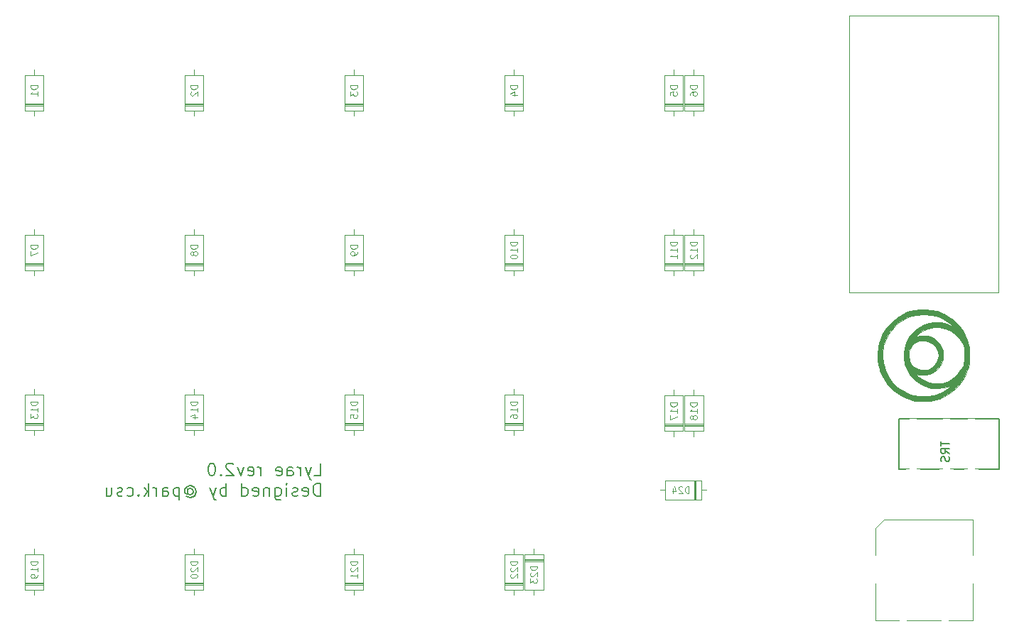
<source format=gbo>
G04 #@! TF.GenerationSoftware,KiCad,Pcbnew,(5.1.10)-1*
G04 #@! TF.CreationDate,2021-08-01T01:35:41+09:00*
G04 #@! TF.ProjectId,Lyrae,4c797261-652e-46b6-9963-61645f706362,rev?*
G04 #@! TF.SameCoordinates,Original*
G04 #@! TF.FileFunction,Legend,Bot*
G04 #@! TF.FilePolarity,Positive*
%FSLAX46Y46*%
G04 Gerber Fmt 4.6, Leading zero omitted, Abs format (unit mm)*
G04 Created by KiCad (PCBNEW (5.1.10)-1) date 2021-08-01 01:35:41*
%MOMM*%
%LPD*%
G01*
G04 APERTURE LIST*
%ADD10C,0.150000*%
%ADD11C,0.010000*%
%ADD12C,0.120000*%
%ADD13C,2.102000*%
%ADD14O,2.602000X1.802000*%
%ADD15C,1.302000*%
%ADD16C,1.852000*%
%ADD17C,2.352000*%
%ADD18C,4.089800*%
%ADD19C,1.626000*%
%ADD20C,3.150000*%
%ADD21O,1.702000X1.702000*%
G04 APERTURE END LIST*
D10*
X127680690Y-114183484D02*
X128394976Y-114183484D01*
X128394976Y-112683484D01*
X127323547Y-113183484D02*
X126966404Y-114183484D01*
X126609261Y-113183484D02*
X126966404Y-114183484D01*
X127109261Y-114540627D01*
X127180690Y-114612055D01*
X127323547Y-114683484D01*
X126037833Y-114183484D02*
X126037833Y-113183484D01*
X126037833Y-113469198D02*
X125966404Y-113326341D01*
X125894976Y-113254913D01*
X125752119Y-113183484D01*
X125609261Y-113183484D01*
X124466404Y-114183484D02*
X124466404Y-113397770D01*
X124537833Y-113254913D01*
X124680690Y-113183484D01*
X124966404Y-113183484D01*
X125109261Y-113254913D01*
X124466404Y-114112055D02*
X124609261Y-114183484D01*
X124966404Y-114183484D01*
X125109261Y-114112055D01*
X125180690Y-113969198D01*
X125180690Y-113826341D01*
X125109261Y-113683484D01*
X124966404Y-113612055D01*
X124609261Y-113612055D01*
X124466404Y-113540627D01*
X123180690Y-114112055D02*
X123323547Y-114183484D01*
X123609261Y-114183484D01*
X123752119Y-114112055D01*
X123823547Y-113969198D01*
X123823547Y-113397770D01*
X123752119Y-113254913D01*
X123609261Y-113183484D01*
X123323547Y-113183484D01*
X123180690Y-113254913D01*
X123109261Y-113397770D01*
X123109261Y-113540627D01*
X123823547Y-113683484D01*
X121323547Y-114183484D02*
X121323547Y-113183484D01*
X121323547Y-113469198D02*
X121252119Y-113326341D01*
X121180690Y-113254913D01*
X121037833Y-113183484D01*
X120894976Y-113183484D01*
X119823547Y-114112055D02*
X119966404Y-114183484D01*
X120252119Y-114183484D01*
X120394976Y-114112055D01*
X120466404Y-113969198D01*
X120466404Y-113397770D01*
X120394976Y-113254913D01*
X120252119Y-113183484D01*
X119966404Y-113183484D01*
X119823547Y-113254913D01*
X119752119Y-113397770D01*
X119752119Y-113540627D01*
X120466404Y-113683484D01*
X119252119Y-113183484D02*
X118894976Y-114183484D01*
X118537833Y-113183484D01*
X118037833Y-112826341D02*
X117966404Y-112754913D01*
X117823547Y-112683484D01*
X117466404Y-112683484D01*
X117323547Y-112754913D01*
X117252119Y-112826341D01*
X117180690Y-112969198D01*
X117180690Y-113112055D01*
X117252119Y-113326341D01*
X118109261Y-114183484D01*
X117180690Y-114183484D01*
X116537833Y-114040627D02*
X116466404Y-114112055D01*
X116537833Y-114183484D01*
X116609261Y-114112055D01*
X116537833Y-114040627D01*
X116537833Y-114183484D01*
X115537833Y-112683484D02*
X115394976Y-112683484D01*
X115252119Y-112754913D01*
X115180690Y-112826341D01*
X115109261Y-112969198D01*
X115037833Y-113254913D01*
X115037833Y-113612055D01*
X115109261Y-113897770D01*
X115180690Y-114040627D01*
X115252119Y-114112055D01*
X115394976Y-114183484D01*
X115537833Y-114183484D01*
X115680690Y-114112055D01*
X115752119Y-114040627D01*
X115823547Y-113897770D01*
X115894976Y-113612055D01*
X115894976Y-113254913D01*
X115823547Y-112969198D01*
X115752119Y-112826341D01*
X115680690Y-112754913D01*
X115537833Y-112683484D01*
X128394976Y-116583484D02*
X128394976Y-115083484D01*
X128037833Y-115083484D01*
X127823547Y-115154913D01*
X127680690Y-115297770D01*
X127609261Y-115440627D01*
X127537833Y-115726341D01*
X127537833Y-115940627D01*
X127609261Y-116226341D01*
X127680690Y-116369198D01*
X127823547Y-116512055D01*
X128037833Y-116583484D01*
X128394976Y-116583484D01*
X126323547Y-116512055D02*
X126466404Y-116583484D01*
X126752119Y-116583484D01*
X126894976Y-116512055D01*
X126966404Y-116369198D01*
X126966404Y-115797770D01*
X126894976Y-115654913D01*
X126752119Y-115583484D01*
X126466404Y-115583484D01*
X126323547Y-115654913D01*
X126252119Y-115797770D01*
X126252119Y-115940627D01*
X126966404Y-116083484D01*
X125680690Y-116512055D02*
X125537833Y-116583484D01*
X125252119Y-116583484D01*
X125109261Y-116512055D01*
X125037833Y-116369198D01*
X125037833Y-116297770D01*
X125109261Y-116154913D01*
X125252119Y-116083484D01*
X125466404Y-116083484D01*
X125609261Y-116012055D01*
X125680690Y-115869198D01*
X125680690Y-115797770D01*
X125609261Y-115654913D01*
X125466404Y-115583484D01*
X125252119Y-115583484D01*
X125109261Y-115654913D01*
X124394976Y-116583484D02*
X124394976Y-115583484D01*
X124394976Y-115083484D02*
X124466404Y-115154913D01*
X124394976Y-115226341D01*
X124323547Y-115154913D01*
X124394976Y-115083484D01*
X124394976Y-115226341D01*
X123037833Y-115583484D02*
X123037833Y-116797770D01*
X123109261Y-116940627D01*
X123180690Y-117012055D01*
X123323547Y-117083484D01*
X123537833Y-117083484D01*
X123680690Y-117012055D01*
X123037833Y-116512055D02*
X123180690Y-116583484D01*
X123466404Y-116583484D01*
X123609261Y-116512055D01*
X123680690Y-116440627D01*
X123752119Y-116297770D01*
X123752119Y-115869198D01*
X123680690Y-115726341D01*
X123609261Y-115654913D01*
X123466404Y-115583484D01*
X123180690Y-115583484D01*
X123037833Y-115654913D01*
X122323547Y-115583484D02*
X122323547Y-116583484D01*
X122323547Y-115726341D02*
X122252119Y-115654913D01*
X122109261Y-115583484D01*
X121894976Y-115583484D01*
X121752119Y-115654913D01*
X121680690Y-115797770D01*
X121680690Y-116583484D01*
X120394976Y-116512055D02*
X120537833Y-116583484D01*
X120823547Y-116583484D01*
X120966404Y-116512055D01*
X121037833Y-116369198D01*
X121037833Y-115797770D01*
X120966404Y-115654913D01*
X120823547Y-115583484D01*
X120537833Y-115583484D01*
X120394976Y-115654913D01*
X120323547Y-115797770D01*
X120323547Y-115940627D01*
X121037833Y-116083484D01*
X119037833Y-116583484D02*
X119037833Y-115083484D01*
X119037833Y-116512055D02*
X119180690Y-116583484D01*
X119466404Y-116583484D01*
X119609261Y-116512055D01*
X119680690Y-116440627D01*
X119752119Y-116297770D01*
X119752119Y-115869198D01*
X119680690Y-115726341D01*
X119609261Y-115654913D01*
X119466404Y-115583484D01*
X119180690Y-115583484D01*
X119037833Y-115654913D01*
X117180690Y-116583484D02*
X117180690Y-115083484D01*
X117180690Y-115654913D02*
X117037833Y-115583484D01*
X116752119Y-115583484D01*
X116609261Y-115654913D01*
X116537833Y-115726341D01*
X116466404Y-115869198D01*
X116466404Y-116297770D01*
X116537833Y-116440627D01*
X116609261Y-116512055D01*
X116752119Y-116583484D01*
X117037833Y-116583484D01*
X117180690Y-116512055D01*
X115966404Y-115583484D02*
X115609261Y-116583484D01*
X115252119Y-115583484D02*
X115609261Y-116583484D01*
X115752119Y-116940627D01*
X115823547Y-117012055D01*
X115966404Y-117083484D01*
X112609261Y-115869198D02*
X112680690Y-115797770D01*
X112823547Y-115726341D01*
X112966404Y-115726341D01*
X113109261Y-115797770D01*
X113180690Y-115869198D01*
X113252119Y-116012055D01*
X113252119Y-116154913D01*
X113180690Y-116297770D01*
X113109261Y-116369198D01*
X112966404Y-116440627D01*
X112823547Y-116440627D01*
X112680690Y-116369198D01*
X112609261Y-116297770D01*
X112609261Y-115726341D02*
X112609261Y-116297770D01*
X112537833Y-116369198D01*
X112466404Y-116369198D01*
X112323547Y-116297770D01*
X112252119Y-116154913D01*
X112252119Y-115797770D01*
X112394976Y-115583484D01*
X112609261Y-115440627D01*
X112894976Y-115369198D01*
X113180690Y-115440627D01*
X113394976Y-115583484D01*
X113537833Y-115797770D01*
X113609261Y-116083484D01*
X113537833Y-116369198D01*
X113394976Y-116583484D01*
X113180690Y-116726341D01*
X112894976Y-116797770D01*
X112609261Y-116726341D01*
X112394976Y-116583484D01*
X111609261Y-115583484D02*
X111609261Y-117083484D01*
X111609261Y-115654913D02*
X111466404Y-115583484D01*
X111180690Y-115583484D01*
X111037833Y-115654913D01*
X110966404Y-115726341D01*
X110894976Y-115869198D01*
X110894976Y-116297770D01*
X110966404Y-116440627D01*
X111037833Y-116512055D01*
X111180690Y-116583484D01*
X111466404Y-116583484D01*
X111609261Y-116512055D01*
X109609261Y-116583484D02*
X109609261Y-115797770D01*
X109680690Y-115654913D01*
X109823547Y-115583484D01*
X110109261Y-115583484D01*
X110252119Y-115654913D01*
X109609261Y-116512055D02*
X109752119Y-116583484D01*
X110109261Y-116583484D01*
X110252119Y-116512055D01*
X110323547Y-116369198D01*
X110323547Y-116226341D01*
X110252119Y-116083484D01*
X110109261Y-116012055D01*
X109752119Y-116012055D01*
X109609261Y-115940627D01*
X108894976Y-116583484D02*
X108894976Y-115583484D01*
X108894976Y-115869198D02*
X108823547Y-115726341D01*
X108752119Y-115654913D01*
X108609261Y-115583484D01*
X108466404Y-115583484D01*
X107966404Y-116583484D02*
X107966404Y-115083484D01*
X107823547Y-116012055D02*
X107394976Y-116583484D01*
X107394976Y-115583484D02*
X107966404Y-116154913D01*
X106752119Y-116440627D02*
X106680690Y-116512055D01*
X106752119Y-116583484D01*
X106823547Y-116512055D01*
X106752119Y-116440627D01*
X106752119Y-116583484D01*
X105394976Y-116512055D02*
X105537833Y-116583484D01*
X105823547Y-116583484D01*
X105966404Y-116512055D01*
X106037833Y-116440627D01*
X106109261Y-116297770D01*
X106109261Y-115869198D01*
X106037833Y-115726341D01*
X105966404Y-115654913D01*
X105823547Y-115583484D01*
X105537833Y-115583484D01*
X105394976Y-115654913D01*
X104823547Y-116512055D02*
X104680690Y-116583484D01*
X104394976Y-116583484D01*
X104252119Y-116512055D01*
X104180690Y-116369198D01*
X104180690Y-116297770D01*
X104252119Y-116154913D01*
X104394976Y-116083484D01*
X104609261Y-116083484D01*
X104752119Y-116012055D01*
X104823547Y-115869198D01*
X104823547Y-115797770D01*
X104752119Y-115654913D01*
X104609261Y-115583484D01*
X104394976Y-115583484D01*
X104252119Y-115654913D01*
X102894976Y-115583484D02*
X102894976Y-116583484D01*
X103537833Y-115583484D02*
X103537833Y-116369198D01*
X103466404Y-116512055D01*
X103323547Y-116583484D01*
X103109261Y-116583484D01*
X102966404Y-116512055D01*
X102894976Y-116440627D01*
D11*
G36*
X201202742Y-94401008D02*
G01*
X201790980Y-94514267D01*
X201938179Y-94558609D01*
X202817745Y-94930693D01*
X203595574Y-95430077D01*
X203761840Y-95563726D01*
X204368798Y-96134698D01*
X204850111Y-96740715D01*
X205239866Y-97430071D01*
X205480545Y-97998807D01*
X205588530Y-98296906D01*
X205661528Y-98547700D01*
X205706471Y-98798460D01*
X205730293Y-99096457D01*
X205739927Y-99488964D01*
X205741749Y-99779755D01*
X205739854Y-100255515D01*
X205726301Y-100610109D01*
X205694758Y-100891620D01*
X205638893Y-101148129D01*
X205552374Y-101427721D01*
X205507713Y-101556942D01*
X205181812Y-102332810D01*
X204778045Y-102999526D01*
X204263032Y-103611327D01*
X204209572Y-103666066D01*
X203598735Y-104211027D01*
X202947134Y-104635426D01*
X202195886Y-104976983D01*
X202116622Y-105006703D01*
X201754030Y-105130041D01*
X201429997Y-105209984D01*
X201081129Y-105257594D01*
X200644031Y-105283930D01*
X200498846Y-105288947D01*
X200078991Y-105294294D01*
X199685894Y-105285747D01*
X199372330Y-105265147D01*
X199228846Y-105244634D01*
X198296738Y-104959262D01*
X197441739Y-104529320D01*
X196677863Y-103967377D01*
X196019124Y-103286002D01*
X195479537Y-102497764D01*
X195073115Y-101615232D01*
X195023700Y-101473088D01*
X194892724Y-100919570D01*
X194822726Y-100267718D01*
X194817245Y-99847422D01*
X195377764Y-99847422D01*
X195460717Y-100725488D01*
X195696690Y-101560954D01*
X196071849Y-102336219D01*
X196572363Y-103033680D01*
X197184401Y-103635736D01*
X197894131Y-104124785D01*
X198687722Y-104483223D01*
X199120217Y-104610048D01*
X199632866Y-104691242D01*
X200231738Y-104719641D01*
X200842240Y-104695482D01*
X201389781Y-104619004D01*
X201463782Y-104602585D01*
X202005052Y-104428567D01*
X202577548Y-104167211D01*
X203110041Y-103854627D01*
X203462179Y-103589499D01*
X203800846Y-103295100D01*
X203415865Y-103459954D01*
X202662091Y-103697787D01*
X201907376Y-103778697D01*
X201169037Y-103714108D01*
X200464394Y-103515443D01*
X199810764Y-103194124D01*
X199225464Y-102761576D01*
X198725812Y-102229222D01*
X198633021Y-102084020D01*
X199374644Y-102084020D01*
X199416808Y-102180205D01*
X199570821Y-102324734D01*
X200211288Y-102762189D01*
X200897200Y-103052064D01*
X201606677Y-103188522D01*
X202317841Y-103165727D01*
X202555518Y-103120804D01*
X203242777Y-102878371D01*
X203869033Y-102493343D01*
X204404654Y-101989264D01*
X204820008Y-101389678D01*
X204879174Y-101274530D01*
X205004354Y-101005861D01*
X205084509Y-100783713D01*
X205129626Y-100555452D01*
X205149693Y-100268438D01*
X205154696Y-99870036D01*
X205154752Y-99822088D01*
X205150214Y-99399124D01*
X205130244Y-99094079D01*
X205086363Y-98855679D01*
X205010094Y-98632652D01*
X204927193Y-98446031D01*
X204542097Y-97807717D01*
X204052585Y-97286518D01*
X203480409Y-96887844D01*
X202847321Y-96617102D01*
X202175074Y-96479702D01*
X201485419Y-96481053D01*
X200800110Y-96626564D01*
X200140899Y-96921642D01*
X199776637Y-97165317D01*
X199512980Y-97380123D01*
X199381288Y-97519660D01*
X199384579Y-97578466D01*
X199525867Y-97551080D01*
X199573024Y-97533992D01*
X199890031Y-97467778D01*
X200296015Y-97457030D01*
X200720775Y-97499445D01*
X201066559Y-97583017D01*
X201581490Y-97843308D01*
X202010681Y-98227305D01*
X202338308Y-98704491D01*
X202548547Y-99244345D01*
X202625574Y-99816349D01*
X202553565Y-100389984D01*
X202542488Y-100429571D01*
X202305562Y-100976216D01*
X201951200Y-101440910D01*
X201506254Y-101807449D01*
X200997578Y-102059627D01*
X200452026Y-102181237D01*
X199896451Y-102156076D01*
X199741175Y-102120088D01*
X199482297Y-102064545D01*
X199374644Y-102084020D01*
X198633021Y-102084020D01*
X198329127Y-101608484D01*
X198052726Y-100910787D01*
X197913927Y-100147553D01*
X197900813Y-99822088D01*
X197929704Y-99528547D01*
X198518912Y-99528547D01*
X198522840Y-99893761D01*
X198523673Y-99908769D01*
X198607871Y-100439593D01*
X198803578Y-100855729D01*
X199126574Y-101182169D01*
X199451451Y-101378015D01*
X199929089Y-101555444D01*
X200394503Y-101588585D01*
X200824921Y-101508601D01*
X201207233Y-101322889D01*
X201553583Y-101010894D01*
X201832550Y-100615610D01*
X202012714Y-100180027D01*
X202064707Y-99812265D01*
X201984204Y-99307037D01*
X201762032Y-98854651D01*
X201423524Y-98479946D01*
X200994014Y-98207763D01*
X200498834Y-98062940D01*
X200263293Y-98045947D01*
X199710282Y-98118406D01*
X199239057Y-98337759D01*
X198858220Y-98698826D01*
X198661499Y-99010412D01*
X198561587Y-99257200D01*
X198518912Y-99528547D01*
X197929704Y-99528547D01*
X197978657Y-99031176D01*
X198200856Y-98302907D01*
X198550411Y-97648555D01*
X199010323Y-97079397D01*
X199563591Y-96606708D01*
X200193218Y-96241764D01*
X200882203Y-95995840D01*
X201613547Y-95880213D01*
X202370251Y-95906157D01*
X203135315Y-96084950D01*
X203390305Y-96180896D01*
X203800846Y-96350865D01*
X203462179Y-96055572D01*
X202812185Y-95593686D01*
X202061113Y-95239756D01*
X201249149Y-95008363D01*
X200416477Y-94914090D01*
X200312513Y-94912673D01*
X199397941Y-94991887D01*
X198534085Y-95229821D01*
X197733932Y-95621147D01*
X197010469Y-96160541D01*
X196812926Y-96347835D01*
X196230723Y-97046105D01*
X195795010Y-97824909D01*
X195511113Y-98671261D01*
X195384360Y-99572173D01*
X195377764Y-99847422D01*
X194817245Y-99847422D01*
X194813720Y-99577175D01*
X194865718Y-98907582D01*
X194978732Y-98318584D01*
X195023013Y-98171088D01*
X195408860Y-97269167D01*
X195930639Y-96461716D01*
X196576435Y-95760649D01*
X197334331Y-95177882D01*
X198192414Y-94725329D01*
X198636179Y-94557922D01*
X199190575Y-94427176D01*
X199842897Y-94357450D01*
X200533500Y-94348731D01*
X201202742Y-94401008D01*
G37*
X201202742Y-94401008D02*
X201790980Y-94514267D01*
X201938179Y-94558609D01*
X202817745Y-94930693D01*
X203595574Y-95430077D01*
X203761840Y-95563726D01*
X204368798Y-96134698D01*
X204850111Y-96740715D01*
X205239866Y-97430071D01*
X205480545Y-97998807D01*
X205588530Y-98296906D01*
X205661528Y-98547700D01*
X205706471Y-98798460D01*
X205730293Y-99096457D01*
X205739927Y-99488964D01*
X205741749Y-99779755D01*
X205739854Y-100255515D01*
X205726301Y-100610109D01*
X205694758Y-100891620D01*
X205638893Y-101148129D01*
X205552374Y-101427721D01*
X205507713Y-101556942D01*
X205181812Y-102332810D01*
X204778045Y-102999526D01*
X204263032Y-103611327D01*
X204209572Y-103666066D01*
X203598735Y-104211027D01*
X202947134Y-104635426D01*
X202195886Y-104976983D01*
X202116622Y-105006703D01*
X201754030Y-105130041D01*
X201429997Y-105209984D01*
X201081129Y-105257594D01*
X200644031Y-105283930D01*
X200498846Y-105288947D01*
X200078991Y-105294294D01*
X199685894Y-105285747D01*
X199372330Y-105265147D01*
X199228846Y-105244634D01*
X198296738Y-104959262D01*
X197441739Y-104529320D01*
X196677863Y-103967377D01*
X196019124Y-103286002D01*
X195479537Y-102497764D01*
X195073115Y-101615232D01*
X195023700Y-101473088D01*
X194892724Y-100919570D01*
X194822726Y-100267718D01*
X194817245Y-99847422D01*
X195377764Y-99847422D01*
X195460717Y-100725488D01*
X195696690Y-101560954D01*
X196071849Y-102336219D01*
X196572363Y-103033680D01*
X197184401Y-103635736D01*
X197894131Y-104124785D01*
X198687722Y-104483223D01*
X199120217Y-104610048D01*
X199632866Y-104691242D01*
X200231738Y-104719641D01*
X200842240Y-104695482D01*
X201389781Y-104619004D01*
X201463782Y-104602585D01*
X202005052Y-104428567D01*
X202577548Y-104167211D01*
X203110041Y-103854627D01*
X203462179Y-103589499D01*
X203800846Y-103295100D01*
X203415865Y-103459954D01*
X202662091Y-103697787D01*
X201907376Y-103778697D01*
X201169037Y-103714108D01*
X200464394Y-103515443D01*
X199810764Y-103194124D01*
X199225464Y-102761576D01*
X198725812Y-102229222D01*
X198633021Y-102084020D01*
X199374644Y-102084020D01*
X199416808Y-102180205D01*
X199570821Y-102324734D01*
X200211288Y-102762189D01*
X200897200Y-103052064D01*
X201606677Y-103188522D01*
X202317841Y-103165727D01*
X202555518Y-103120804D01*
X203242777Y-102878371D01*
X203869033Y-102493343D01*
X204404654Y-101989264D01*
X204820008Y-101389678D01*
X204879174Y-101274530D01*
X205004354Y-101005861D01*
X205084509Y-100783713D01*
X205129626Y-100555452D01*
X205149693Y-100268438D01*
X205154696Y-99870036D01*
X205154752Y-99822088D01*
X205150214Y-99399124D01*
X205130244Y-99094079D01*
X205086363Y-98855679D01*
X205010094Y-98632652D01*
X204927193Y-98446031D01*
X204542097Y-97807717D01*
X204052585Y-97286518D01*
X203480409Y-96887844D01*
X202847321Y-96617102D01*
X202175074Y-96479702D01*
X201485419Y-96481053D01*
X200800110Y-96626564D01*
X200140899Y-96921642D01*
X199776637Y-97165317D01*
X199512980Y-97380123D01*
X199381288Y-97519660D01*
X199384579Y-97578466D01*
X199525867Y-97551080D01*
X199573024Y-97533992D01*
X199890031Y-97467778D01*
X200296015Y-97457030D01*
X200720775Y-97499445D01*
X201066559Y-97583017D01*
X201581490Y-97843308D01*
X202010681Y-98227305D01*
X202338308Y-98704491D01*
X202548547Y-99244345D01*
X202625574Y-99816349D01*
X202553565Y-100389984D01*
X202542488Y-100429571D01*
X202305562Y-100976216D01*
X201951200Y-101440910D01*
X201506254Y-101807449D01*
X200997578Y-102059627D01*
X200452026Y-102181237D01*
X199896451Y-102156076D01*
X199741175Y-102120088D01*
X199482297Y-102064545D01*
X199374644Y-102084020D01*
X198633021Y-102084020D01*
X198329127Y-101608484D01*
X198052726Y-100910787D01*
X197913927Y-100147553D01*
X197900813Y-99822088D01*
X197929704Y-99528547D01*
X198518912Y-99528547D01*
X198522840Y-99893761D01*
X198523673Y-99908769D01*
X198607871Y-100439593D01*
X198803578Y-100855729D01*
X199126574Y-101182169D01*
X199451451Y-101378015D01*
X199929089Y-101555444D01*
X200394503Y-101588585D01*
X200824921Y-101508601D01*
X201207233Y-101322889D01*
X201553583Y-101010894D01*
X201832550Y-100615610D01*
X202012714Y-100180027D01*
X202064707Y-99812265D01*
X201984204Y-99307037D01*
X201762032Y-98854651D01*
X201423524Y-98479946D01*
X200994014Y-98207763D01*
X200498834Y-98062940D01*
X200263293Y-98045947D01*
X199710282Y-98118406D01*
X199239057Y-98337759D01*
X198858220Y-98698826D01*
X198661499Y-99010412D01*
X198561587Y-99257200D01*
X198518912Y-99528547D01*
X197929704Y-99528547D01*
X197978657Y-99031176D01*
X198200856Y-98302907D01*
X198550411Y-97648555D01*
X199010323Y-97079397D01*
X199563591Y-96606708D01*
X200193218Y-96241764D01*
X200882203Y-95995840D01*
X201613547Y-95880213D01*
X202370251Y-95906157D01*
X203135315Y-96084950D01*
X203390305Y-96180896D01*
X203800846Y-96350865D01*
X203462179Y-96055572D01*
X202812185Y-95593686D01*
X202061113Y-95239756D01*
X201249149Y-95008363D01*
X200416477Y-94914090D01*
X200312513Y-94912673D01*
X199397941Y-94991887D01*
X198534085Y-95229821D01*
X197733932Y-95621147D01*
X197010469Y-96160541D01*
X196812926Y-96347835D01*
X196230723Y-97046105D01*
X195795010Y-97824909D01*
X195511113Y-98671261D01*
X195384360Y-99572173D01*
X195377764Y-99847422D01*
X194817245Y-99847422D01*
X194813720Y-99577175D01*
X194865718Y-98907582D01*
X194978732Y-98318584D01*
X195023013Y-98171088D01*
X195408860Y-97269167D01*
X195930639Y-96461716D01*
X196576435Y-95760649D01*
X197334331Y-95177882D01*
X198192414Y-94725329D01*
X198636179Y-94557922D01*
X199190575Y-94427176D01*
X199842897Y-94357450D01*
X200533500Y-94348731D01*
X201202742Y-94401008D01*
D10*
X209312187Y-107399035D02*
X209312187Y-113399035D01*
X209312187Y-113399035D02*
X197312187Y-113399035D01*
X197312187Y-113399035D02*
X197312187Y-107399035D01*
X197312187Y-107399035D02*
X209312187Y-107399035D01*
D12*
X209177179Y-92277491D02*
X209177179Y-59257491D01*
X191397179Y-92277491D02*
X209177179Y-92277491D01*
X191397179Y-59257491D02*
X191397179Y-92277491D01*
X209177179Y-59257491D02*
X191397179Y-59257491D01*
X195524187Y-119429747D02*
X194524187Y-120429747D01*
X206124187Y-131429747D02*
X194524187Y-131429747D01*
X206124187Y-119429747D02*
X206124187Y-131429747D01*
X194524187Y-131429747D02*
X194524187Y-120429747D01*
X195524187Y-119429747D02*
X206124187Y-119429747D01*
X133541578Y-127778656D02*
X131301578Y-127778656D01*
X131301578Y-127778656D02*
X131301578Y-123538656D01*
X131301578Y-123538656D02*
X133541578Y-123538656D01*
X133541578Y-123538656D02*
X133541578Y-127778656D01*
X132421578Y-128428656D02*
X132421578Y-127778656D01*
X132421578Y-122888656D02*
X132421578Y-123538656D01*
X133541578Y-127058656D02*
X131301578Y-127058656D01*
X133541578Y-126938656D02*
X131301578Y-126938656D01*
X133541578Y-127178656D02*
X131301578Y-127178656D01*
X133541578Y-108728656D02*
X131301578Y-108728656D01*
X131301578Y-108728656D02*
X131301578Y-104488656D01*
X131301578Y-104488656D02*
X133541578Y-104488656D01*
X133541578Y-104488656D02*
X133541578Y-108728656D01*
X132421578Y-109378656D02*
X132421578Y-108728656D01*
X132421578Y-103838656D02*
X132421578Y-104488656D01*
X133541578Y-108008656D02*
X131301578Y-108008656D01*
X133541578Y-107888656D02*
X131301578Y-107888656D01*
X133541578Y-108128656D02*
X131301578Y-108128656D01*
X133541578Y-89678656D02*
X131301578Y-89678656D01*
X131301578Y-89678656D02*
X131301578Y-85438656D01*
X131301578Y-85438656D02*
X133541578Y-85438656D01*
X133541578Y-85438656D02*
X133541578Y-89678656D01*
X132421578Y-90328656D02*
X132421578Y-89678656D01*
X132421578Y-84788656D02*
X132421578Y-85438656D01*
X133541578Y-88958656D02*
X131301578Y-88958656D01*
X133541578Y-88838656D02*
X131301578Y-88838656D01*
X133541578Y-89078656D02*
X131301578Y-89078656D01*
X95441578Y-70028656D02*
X93201578Y-70028656D01*
X95441578Y-69788656D02*
X93201578Y-69788656D01*
X95441578Y-69908656D02*
X93201578Y-69908656D01*
X94321578Y-65738656D02*
X94321578Y-66388656D01*
X94321578Y-71278656D02*
X94321578Y-70628656D01*
X95441578Y-66388656D02*
X95441578Y-70628656D01*
X93201578Y-66388656D02*
X95441578Y-66388656D01*
X93201578Y-70628656D02*
X93201578Y-66388656D01*
X95441578Y-70628656D02*
X93201578Y-70628656D01*
X171641578Y-70628656D02*
X169401578Y-70628656D01*
X169401578Y-70628656D02*
X169401578Y-66388656D01*
X169401578Y-66388656D02*
X171641578Y-66388656D01*
X171641578Y-66388656D02*
X171641578Y-70628656D01*
X170521578Y-71278656D02*
X170521578Y-70628656D01*
X170521578Y-65738656D02*
X170521578Y-66388656D01*
X171641578Y-69908656D02*
X169401578Y-69908656D01*
X171641578Y-69788656D02*
X169401578Y-69788656D01*
X171641578Y-70028656D02*
X169401578Y-70028656D01*
X173760500Y-114775467D02*
X173760500Y-117015467D01*
X173760500Y-117015467D02*
X169520500Y-117015467D01*
X169520500Y-117015467D02*
X169520500Y-114775467D01*
X169520500Y-114775467D02*
X173760500Y-114775467D01*
X174410500Y-115895467D02*
X173760500Y-115895467D01*
X168870500Y-115895467D02*
X169520500Y-115895467D01*
X173040500Y-114775467D02*
X173040500Y-117015467D01*
X172920500Y-114775467D02*
X172920500Y-117015467D01*
X173160500Y-114775467D02*
X173160500Y-117015467D01*
X152732828Y-123538592D02*
X154972828Y-123538592D01*
X154972828Y-123538592D02*
X154972828Y-127778592D01*
X154972828Y-127778592D02*
X152732828Y-127778592D01*
X152732828Y-127778592D02*
X152732828Y-123538592D01*
X153852828Y-122888592D02*
X153852828Y-123538592D01*
X153852828Y-128428592D02*
X153852828Y-127778592D01*
X152732828Y-124258592D02*
X154972828Y-124258592D01*
X152732828Y-124378592D02*
X154972828Y-124378592D01*
X152732828Y-124138592D02*
X154972828Y-124138592D01*
X152591578Y-127778656D02*
X150351578Y-127778656D01*
X150351578Y-127778656D02*
X150351578Y-123538656D01*
X150351578Y-123538656D02*
X152591578Y-123538656D01*
X152591578Y-123538656D02*
X152591578Y-127778656D01*
X151471578Y-128428656D02*
X151471578Y-127778656D01*
X151471578Y-122888656D02*
X151471578Y-123538656D01*
X152591578Y-127058656D02*
X150351578Y-127058656D01*
X152591578Y-126938656D02*
X150351578Y-126938656D01*
X152591578Y-127178656D02*
X150351578Y-127178656D01*
X114491578Y-127778656D02*
X112251578Y-127778656D01*
X112251578Y-127778656D02*
X112251578Y-123538656D01*
X112251578Y-123538656D02*
X114491578Y-123538656D01*
X114491578Y-123538656D02*
X114491578Y-127778656D01*
X113371578Y-128428656D02*
X113371578Y-127778656D01*
X113371578Y-122888656D02*
X113371578Y-123538656D01*
X114491578Y-127058656D02*
X112251578Y-127058656D01*
X114491578Y-126938656D02*
X112251578Y-126938656D01*
X114491578Y-127178656D02*
X112251578Y-127178656D01*
X95441578Y-127778656D02*
X93201578Y-127778656D01*
X93201578Y-127778656D02*
X93201578Y-123538656D01*
X93201578Y-123538656D02*
X95441578Y-123538656D01*
X95441578Y-123538656D02*
X95441578Y-127778656D01*
X94321578Y-128428656D02*
X94321578Y-127778656D01*
X94321578Y-122888656D02*
X94321578Y-123538656D01*
X95441578Y-127058656D02*
X93201578Y-127058656D01*
X95441578Y-126938656D02*
X93201578Y-126938656D01*
X95441578Y-127178656D02*
X93201578Y-127178656D01*
X174022781Y-108847722D02*
X171782781Y-108847722D01*
X171782781Y-108847722D02*
X171782781Y-104607722D01*
X171782781Y-104607722D02*
X174022781Y-104607722D01*
X174022781Y-104607722D02*
X174022781Y-108847722D01*
X172902781Y-109497722D02*
X172902781Y-108847722D01*
X172902781Y-103957722D02*
X172902781Y-104607722D01*
X174022781Y-108127722D02*
X171782781Y-108127722D01*
X174022781Y-108007722D02*
X171782781Y-108007722D01*
X174022781Y-108247722D02*
X171782781Y-108247722D01*
X171641529Y-108847722D02*
X169401529Y-108847722D01*
X169401529Y-108847722D02*
X169401529Y-104607722D01*
X169401529Y-104607722D02*
X171641529Y-104607722D01*
X171641529Y-104607722D02*
X171641529Y-108847722D01*
X170521529Y-109497722D02*
X170521529Y-108847722D01*
X170521529Y-103957722D02*
X170521529Y-104607722D01*
X171641529Y-108127722D02*
X169401529Y-108127722D01*
X171641529Y-108007722D02*
X169401529Y-108007722D01*
X171641529Y-108247722D02*
X169401529Y-108247722D01*
X152591578Y-108728656D02*
X150351578Y-108728656D01*
X150351578Y-108728656D02*
X150351578Y-104488656D01*
X150351578Y-104488656D02*
X152591578Y-104488656D01*
X152591578Y-104488656D02*
X152591578Y-108728656D01*
X151471578Y-109378656D02*
X151471578Y-108728656D01*
X151471578Y-103838656D02*
X151471578Y-104488656D01*
X152591578Y-108008656D02*
X150351578Y-108008656D01*
X152591578Y-107888656D02*
X150351578Y-107888656D01*
X152591578Y-108128656D02*
X150351578Y-108128656D01*
X114491578Y-108728656D02*
X112251578Y-108728656D01*
X112251578Y-108728656D02*
X112251578Y-104488656D01*
X112251578Y-104488656D02*
X114491578Y-104488656D01*
X114491578Y-104488656D02*
X114491578Y-108728656D01*
X113371578Y-109378656D02*
X113371578Y-108728656D01*
X113371578Y-103838656D02*
X113371578Y-104488656D01*
X114491578Y-108008656D02*
X112251578Y-108008656D01*
X114491578Y-107888656D02*
X112251578Y-107888656D01*
X114491578Y-108128656D02*
X112251578Y-108128656D01*
X95441578Y-108728656D02*
X93201578Y-108728656D01*
X93201578Y-108728656D02*
X93201578Y-104488656D01*
X93201578Y-104488656D02*
X95441578Y-104488656D01*
X95441578Y-104488656D02*
X95441578Y-108728656D01*
X94321578Y-109378656D02*
X94321578Y-108728656D01*
X94321578Y-103838656D02*
X94321578Y-104488656D01*
X95441578Y-108008656D02*
X93201578Y-108008656D01*
X95441578Y-107888656D02*
X93201578Y-107888656D01*
X95441578Y-108128656D02*
X93201578Y-108128656D01*
X174022828Y-89678656D02*
X171782828Y-89678656D01*
X171782828Y-89678656D02*
X171782828Y-85438656D01*
X171782828Y-85438656D02*
X174022828Y-85438656D01*
X174022828Y-85438656D02*
X174022828Y-89678656D01*
X172902828Y-90328656D02*
X172902828Y-89678656D01*
X172902828Y-84788656D02*
X172902828Y-85438656D01*
X174022828Y-88958656D02*
X171782828Y-88958656D01*
X174022828Y-88838656D02*
X171782828Y-88838656D01*
X174022828Y-89078656D02*
X171782828Y-89078656D01*
X171641578Y-89678656D02*
X169401578Y-89678656D01*
X169401578Y-89678656D02*
X169401578Y-85438656D01*
X169401578Y-85438656D02*
X171641578Y-85438656D01*
X171641578Y-85438656D02*
X171641578Y-89678656D01*
X170521578Y-90328656D02*
X170521578Y-89678656D01*
X170521578Y-84788656D02*
X170521578Y-85438656D01*
X171641578Y-88958656D02*
X169401578Y-88958656D01*
X171641578Y-88838656D02*
X169401578Y-88838656D01*
X171641578Y-89078656D02*
X169401578Y-89078656D01*
X152591578Y-89678656D02*
X150351578Y-89678656D01*
X150351578Y-89678656D02*
X150351578Y-85438656D01*
X150351578Y-85438656D02*
X152591578Y-85438656D01*
X152591578Y-85438656D02*
X152591578Y-89678656D01*
X151471578Y-90328656D02*
X151471578Y-89678656D01*
X151471578Y-84788656D02*
X151471578Y-85438656D01*
X152591578Y-88958656D02*
X150351578Y-88958656D01*
X152591578Y-88838656D02*
X150351578Y-88838656D01*
X152591578Y-89078656D02*
X150351578Y-89078656D01*
X114491576Y-89678656D02*
X112251576Y-89678656D01*
X112251576Y-89678656D02*
X112251576Y-85438656D01*
X112251576Y-85438656D02*
X114491576Y-85438656D01*
X114491576Y-85438656D02*
X114491576Y-89678656D01*
X113371576Y-90328656D02*
X113371576Y-89678656D01*
X113371576Y-84788656D02*
X113371576Y-85438656D01*
X114491576Y-88958656D02*
X112251576Y-88958656D01*
X114491576Y-88838656D02*
X112251576Y-88838656D01*
X114491576Y-89078656D02*
X112251576Y-89078656D01*
X95441578Y-89678656D02*
X93201578Y-89678656D01*
X93201578Y-89678656D02*
X93201578Y-85438656D01*
X93201578Y-85438656D02*
X95441578Y-85438656D01*
X95441578Y-85438656D02*
X95441578Y-89678656D01*
X94321578Y-90328656D02*
X94321578Y-89678656D01*
X94321578Y-84788656D02*
X94321578Y-85438656D01*
X95441578Y-88958656D02*
X93201578Y-88958656D01*
X95441578Y-88838656D02*
X93201578Y-88838656D01*
X95441578Y-89078656D02*
X93201578Y-89078656D01*
X174022828Y-70628656D02*
X171782828Y-70628656D01*
X171782828Y-70628656D02*
X171782828Y-66388656D01*
X171782828Y-66388656D02*
X174022828Y-66388656D01*
X174022828Y-66388656D02*
X174022828Y-70628656D01*
X172902828Y-71278656D02*
X172902828Y-70628656D01*
X172902828Y-65738656D02*
X172902828Y-66388656D01*
X174022828Y-69908656D02*
X171782828Y-69908656D01*
X174022828Y-69788656D02*
X171782828Y-69788656D01*
X174022828Y-70028656D02*
X171782828Y-70028656D01*
X152591578Y-70628656D02*
X150351578Y-70628656D01*
X150351578Y-70628656D02*
X150351578Y-66388656D01*
X150351578Y-66388656D02*
X152591578Y-66388656D01*
X152591578Y-66388656D02*
X152591578Y-70628656D01*
X151471578Y-71278656D02*
X151471578Y-70628656D01*
X151471578Y-65738656D02*
X151471578Y-66388656D01*
X152591578Y-69908656D02*
X150351578Y-69908656D01*
X152591578Y-69788656D02*
X150351578Y-69788656D01*
X152591578Y-70028656D02*
X150351578Y-70028656D01*
X133541578Y-70628656D02*
X131301578Y-70628656D01*
X131301578Y-70628656D02*
X131301578Y-66388656D01*
X131301578Y-66388656D02*
X133541578Y-66388656D01*
X133541578Y-66388656D02*
X133541578Y-70628656D01*
X132421578Y-71278656D02*
X132421578Y-70628656D01*
X132421578Y-65738656D02*
X132421578Y-66388656D01*
X133541578Y-69908656D02*
X131301578Y-69908656D01*
X133541578Y-69788656D02*
X131301578Y-69788656D01*
X133541578Y-70028656D02*
X131301578Y-70028656D01*
X114491576Y-70628656D02*
X112251576Y-70628656D01*
X112251576Y-70628656D02*
X112251576Y-66388656D01*
X112251576Y-66388656D02*
X114491576Y-66388656D01*
X114491576Y-66388656D02*
X114491576Y-70628656D01*
X113371576Y-71278656D02*
X113371576Y-70628656D01*
X113371576Y-65738656D02*
X113371576Y-66388656D01*
X114491576Y-69908656D02*
X112251576Y-69908656D01*
X114491576Y-69788656D02*
X112251576Y-69788656D01*
X114491576Y-70028656D02*
X112251576Y-70028656D01*
D10*
X202351067Y-110061630D02*
X202351067Y-110633058D01*
X203351067Y-110347344D02*
X202351067Y-110347344D01*
X203351067Y-111537820D02*
X202874877Y-111204487D01*
X203351067Y-110966392D02*
X202351067Y-110966392D01*
X202351067Y-111347344D01*
X202398687Y-111442582D01*
X202446306Y-111490201D01*
X202541544Y-111537820D01*
X202684401Y-111537820D01*
X202779639Y-111490201D01*
X202827258Y-111442582D01*
X202874877Y-111347344D01*
X202874877Y-110966392D01*
X203303448Y-111918773D02*
X203351067Y-112061630D01*
X203351067Y-112299725D01*
X203303448Y-112394963D01*
X203255829Y-112442582D01*
X203160591Y-112490201D01*
X203065353Y-112490201D01*
X202970115Y-112442582D01*
X202922496Y-112394963D01*
X202874877Y-112299725D01*
X202827258Y-112109249D01*
X202779639Y-112014011D01*
X202732020Y-111966392D01*
X202636782Y-111918773D01*
X202541544Y-111918773D01*
X202446306Y-111966392D01*
X202398687Y-112014011D01*
X202351067Y-112109249D01*
X202351067Y-112347344D01*
X202398687Y-112490201D01*
D12*
X132783482Y-124387227D02*
X131983482Y-124387227D01*
X131983482Y-124577703D01*
X132021578Y-124691989D01*
X132097768Y-124768179D01*
X132173958Y-124806275D01*
X132326339Y-124844370D01*
X132440625Y-124844370D01*
X132593006Y-124806275D01*
X132669197Y-124768179D01*
X132745387Y-124691989D01*
X132783482Y-124577703D01*
X132783482Y-124387227D01*
X132059673Y-125149132D02*
X132021578Y-125187227D01*
X131983482Y-125263417D01*
X131983482Y-125453894D01*
X132021578Y-125530084D01*
X132059673Y-125568179D01*
X132135863Y-125606275D01*
X132212054Y-125606275D01*
X132326339Y-125568179D01*
X132783482Y-125111036D01*
X132783482Y-125606275D01*
X132783482Y-126368179D02*
X132783482Y-125911036D01*
X132783482Y-126139608D02*
X131983482Y-126139608D01*
X132097768Y-126063417D01*
X132173958Y-125987227D01*
X132212054Y-125911036D01*
X132783482Y-105337227D02*
X131983482Y-105337227D01*
X131983482Y-105527703D01*
X132021578Y-105641989D01*
X132097768Y-105718179D01*
X132173958Y-105756275D01*
X132326339Y-105794370D01*
X132440625Y-105794370D01*
X132593006Y-105756275D01*
X132669197Y-105718179D01*
X132745387Y-105641989D01*
X132783482Y-105527703D01*
X132783482Y-105337227D01*
X132783482Y-106556275D02*
X132783482Y-106099132D01*
X132783482Y-106327703D02*
X131983482Y-106327703D01*
X132097768Y-106251513D01*
X132173958Y-106175322D01*
X132212054Y-106099132D01*
X131983482Y-107280084D02*
X131983482Y-106899132D01*
X132364435Y-106861036D01*
X132326339Y-106899132D01*
X132288244Y-106975322D01*
X132288244Y-107165798D01*
X132326339Y-107241989D01*
X132364435Y-107280084D01*
X132440625Y-107318179D01*
X132631101Y-107318179D01*
X132707292Y-107280084D01*
X132745387Y-107241989D01*
X132783482Y-107165798D01*
X132783482Y-106975322D01*
X132745387Y-106899132D01*
X132707292Y-106861036D01*
X132783482Y-86668179D02*
X131983482Y-86668179D01*
X131983482Y-86858656D01*
X132021578Y-86972941D01*
X132097768Y-87049132D01*
X132173958Y-87087227D01*
X132326339Y-87125322D01*
X132440625Y-87125322D01*
X132593006Y-87087227D01*
X132669197Y-87049132D01*
X132745387Y-86972941D01*
X132783482Y-86858656D01*
X132783482Y-86668179D01*
X132783482Y-87506275D02*
X132783482Y-87658656D01*
X132745387Y-87734846D01*
X132707292Y-87772941D01*
X132593006Y-87849132D01*
X132440625Y-87887227D01*
X132135863Y-87887227D01*
X132059673Y-87849132D01*
X132021578Y-87811036D01*
X131983482Y-87734846D01*
X131983482Y-87582465D01*
X132021578Y-87506275D01*
X132059673Y-87468179D01*
X132135863Y-87430084D01*
X132326339Y-87430084D01*
X132402530Y-87468179D01*
X132440625Y-87506275D01*
X132478720Y-87582465D01*
X132478720Y-87734846D01*
X132440625Y-87811036D01*
X132402530Y-87849132D01*
X132326339Y-87887227D01*
X94683482Y-67618179D02*
X93883482Y-67618179D01*
X93883482Y-67808656D01*
X93921578Y-67922941D01*
X93997768Y-67999132D01*
X94073958Y-68037227D01*
X94226339Y-68075322D01*
X94340625Y-68075322D01*
X94493006Y-68037227D01*
X94569197Y-67999132D01*
X94645387Y-67922941D01*
X94683482Y-67808656D01*
X94683482Y-67618179D01*
X94683482Y-68837227D02*
X94683482Y-68380084D01*
X94683482Y-68608656D02*
X93883482Y-68608656D01*
X93997768Y-68532465D01*
X94073958Y-68456275D01*
X94112054Y-68380084D01*
X170883482Y-67618179D02*
X170083482Y-67618179D01*
X170083482Y-67808656D01*
X170121578Y-67922941D01*
X170197768Y-67999132D01*
X170273958Y-68037227D01*
X170426339Y-68075322D01*
X170540625Y-68075322D01*
X170693006Y-68037227D01*
X170769197Y-67999132D01*
X170845387Y-67922941D01*
X170883482Y-67808656D01*
X170883482Y-67618179D01*
X170083482Y-68799132D02*
X170083482Y-68418179D01*
X170464435Y-68380084D01*
X170426339Y-68418179D01*
X170388244Y-68494370D01*
X170388244Y-68684846D01*
X170426339Y-68761036D01*
X170464435Y-68799132D01*
X170540625Y-68837227D01*
X170731101Y-68837227D01*
X170807292Y-68799132D01*
X170845387Y-68761036D01*
X170883482Y-68684846D01*
X170883482Y-68494370D01*
X170845387Y-68418179D01*
X170807292Y-68380084D01*
X172311928Y-116257371D02*
X172311928Y-115457371D01*
X172121452Y-115457371D01*
X172007166Y-115495467D01*
X171930976Y-115571657D01*
X171892880Y-115647847D01*
X171854785Y-115800228D01*
X171854785Y-115914514D01*
X171892880Y-116066895D01*
X171930976Y-116143086D01*
X172007166Y-116219276D01*
X172121452Y-116257371D01*
X172311928Y-116257371D01*
X171550023Y-115533562D02*
X171511928Y-115495467D01*
X171435738Y-115457371D01*
X171245261Y-115457371D01*
X171169071Y-115495467D01*
X171130976Y-115533562D01*
X171092880Y-115609752D01*
X171092880Y-115685943D01*
X171130976Y-115800228D01*
X171588119Y-116257371D01*
X171092880Y-116257371D01*
X170407166Y-115724038D02*
X170407166Y-116257371D01*
X170597642Y-115419276D02*
X170788119Y-115990705D01*
X170292880Y-115990705D01*
X154214732Y-124987163D02*
X153414732Y-124987163D01*
X153414732Y-125177639D01*
X153452828Y-125291925D01*
X153529018Y-125368115D01*
X153605208Y-125406211D01*
X153757589Y-125444306D01*
X153871875Y-125444306D01*
X154024256Y-125406211D01*
X154100447Y-125368115D01*
X154176637Y-125291925D01*
X154214732Y-125177639D01*
X154214732Y-124987163D01*
X153490923Y-125749068D02*
X153452828Y-125787163D01*
X153414732Y-125863353D01*
X153414732Y-126053830D01*
X153452828Y-126130020D01*
X153490923Y-126168115D01*
X153567113Y-126206211D01*
X153643304Y-126206211D01*
X153757589Y-126168115D01*
X154214732Y-125710972D01*
X154214732Y-126206211D01*
X153414732Y-126472877D02*
X153414732Y-126968115D01*
X153719494Y-126701449D01*
X153719494Y-126815734D01*
X153757589Y-126891925D01*
X153795685Y-126930020D01*
X153871875Y-126968115D01*
X154062351Y-126968115D01*
X154138542Y-126930020D01*
X154176637Y-126891925D01*
X154214732Y-126815734D01*
X154214732Y-126587163D01*
X154176637Y-126510972D01*
X154138542Y-126472877D01*
X151833482Y-124387227D02*
X151033482Y-124387227D01*
X151033482Y-124577703D01*
X151071578Y-124691989D01*
X151147768Y-124768179D01*
X151223958Y-124806275D01*
X151376339Y-124844370D01*
X151490625Y-124844370D01*
X151643006Y-124806275D01*
X151719197Y-124768179D01*
X151795387Y-124691989D01*
X151833482Y-124577703D01*
X151833482Y-124387227D01*
X151109673Y-125149132D02*
X151071578Y-125187227D01*
X151033482Y-125263417D01*
X151033482Y-125453894D01*
X151071578Y-125530084D01*
X151109673Y-125568179D01*
X151185863Y-125606275D01*
X151262054Y-125606275D01*
X151376339Y-125568179D01*
X151833482Y-125111036D01*
X151833482Y-125606275D01*
X151109673Y-125911036D02*
X151071578Y-125949132D01*
X151033482Y-126025322D01*
X151033482Y-126215798D01*
X151071578Y-126291989D01*
X151109673Y-126330084D01*
X151185863Y-126368179D01*
X151262054Y-126368179D01*
X151376339Y-126330084D01*
X151833482Y-125872941D01*
X151833482Y-126368179D01*
X113733482Y-124387227D02*
X112933482Y-124387227D01*
X112933482Y-124577703D01*
X112971578Y-124691989D01*
X113047768Y-124768179D01*
X113123958Y-124806275D01*
X113276339Y-124844370D01*
X113390625Y-124844370D01*
X113543006Y-124806275D01*
X113619197Y-124768179D01*
X113695387Y-124691989D01*
X113733482Y-124577703D01*
X113733482Y-124387227D01*
X113009673Y-125149132D02*
X112971578Y-125187227D01*
X112933482Y-125263417D01*
X112933482Y-125453894D01*
X112971578Y-125530084D01*
X113009673Y-125568179D01*
X113085863Y-125606275D01*
X113162054Y-125606275D01*
X113276339Y-125568179D01*
X113733482Y-125111036D01*
X113733482Y-125606275D01*
X112933482Y-126101513D02*
X112933482Y-126177703D01*
X112971578Y-126253894D01*
X113009673Y-126291989D01*
X113085863Y-126330084D01*
X113238244Y-126368179D01*
X113428720Y-126368179D01*
X113581101Y-126330084D01*
X113657292Y-126291989D01*
X113695387Y-126253894D01*
X113733482Y-126177703D01*
X113733482Y-126101513D01*
X113695387Y-126025322D01*
X113657292Y-125987227D01*
X113581101Y-125949132D01*
X113428720Y-125911036D01*
X113238244Y-125911036D01*
X113085863Y-125949132D01*
X113009673Y-125987227D01*
X112971578Y-126025322D01*
X112933482Y-126101513D01*
X94683482Y-124387227D02*
X93883482Y-124387227D01*
X93883482Y-124577703D01*
X93921578Y-124691989D01*
X93997768Y-124768179D01*
X94073958Y-124806275D01*
X94226339Y-124844370D01*
X94340625Y-124844370D01*
X94493006Y-124806275D01*
X94569197Y-124768179D01*
X94645387Y-124691989D01*
X94683482Y-124577703D01*
X94683482Y-124387227D01*
X94683482Y-125606275D02*
X94683482Y-125149132D01*
X94683482Y-125377703D02*
X93883482Y-125377703D01*
X93997768Y-125301513D01*
X94073958Y-125225322D01*
X94112054Y-125149132D01*
X94683482Y-125987227D02*
X94683482Y-126139608D01*
X94645387Y-126215798D01*
X94607292Y-126253894D01*
X94493006Y-126330084D01*
X94340625Y-126368179D01*
X94035863Y-126368179D01*
X93959673Y-126330084D01*
X93921578Y-126291989D01*
X93883482Y-126215798D01*
X93883482Y-126063417D01*
X93921578Y-125987227D01*
X93959673Y-125949132D01*
X94035863Y-125911036D01*
X94226339Y-125911036D01*
X94302530Y-125949132D01*
X94340625Y-125987227D01*
X94378720Y-126063417D01*
X94378720Y-126215798D01*
X94340625Y-126291989D01*
X94302530Y-126330084D01*
X94226339Y-126368179D01*
X173264685Y-105456293D02*
X172464685Y-105456293D01*
X172464685Y-105646769D01*
X172502781Y-105761055D01*
X172578971Y-105837245D01*
X172655161Y-105875341D01*
X172807542Y-105913436D01*
X172921828Y-105913436D01*
X173074209Y-105875341D01*
X173150400Y-105837245D01*
X173226590Y-105761055D01*
X173264685Y-105646769D01*
X173264685Y-105456293D01*
X173264685Y-106675341D02*
X173264685Y-106218198D01*
X173264685Y-106446769D02*
X172464685Y-106446769D01*
X172578971Y-106370579D01*
X172655161Y-106294388D01*
X172693257Y-106218198D01*
X172807542Y-107132483D02*
X172769447Y-107056293D01*
X172731352Y-107018198D01*
X172655161Y-106980102D01*
X172617066Y-106980102D01*
X172540876Y-107018198D01*
X172502781Y-107056293D01*
X172464685Y-107132483D01*
X172464685Y-107284864D01*
X172502781Y-107361055D01*
X172540876Y-107399150D01*
X172617066Y-107437245D01*
X172655161Y-107437245D01*
X172731352Y-107399150D01*
X172769447Y-107361055D01*
X172807542Y-107284864D01*
X172807542Y-107132483D01*
X172845638Y-107056293D01*
X172883733Y-107018198D01*
X172959923Y-106980102D01*
X173112304Y-106980102D01*
X173188495Y-107018198D01*
X173226590Y-107056293D01*
X173264685Y-107132483D01*
X173264685Y-107284864D01*
X173226590Y-107361055D01*
X173188495Y-107399150D01*
X173112304Y-107437245D01*
X172959923Y-107437245D01*
X172883733Y-107399150D01*
X172845638Y-107361055D01*
X172807542Y-107284864D01*
X170883433Y-105456293D02*
X170083433Y-105456293D01*
X170083433Y-105646769D01*
X170121529Y-105761055D01*
X170197719Y-105837245D01*
X170273909Y-105875341D01*
X170426290Y-105913436D01*
X170540576Y-105913436D01*
X170692957Y-105875341D01*
X170769148Y-105837245D01*
X170845338Y-105761055D01*
X170883433Y-105646769D01*
X170883433Y-105456293D01*
X170883433Y-106675341D02*
X170883433Y-106218198D01*
X170883433Y-106446769D02*
X170083433Y-106446769D01*
X170197719Y-106370579D01*
X170273909Y-106294388D01*
X170312005Y-106218198D01*
X170083433Y-106942007D02*
X170083433Y-107475341D01*
X170883433Y-107132483D01*
X151833482Y-105337227D02*
X151033482Y-105337227D01*
X151033482Y-105527703D01*
X151071578Y-105641989D01*
X151147768Y-105718179D01*
X151223958Y-105756275D01*
X151376339Y-105794370D01*
X151490625Y-105794370D01*
X151643006Y-105756275D01*
X151719197Y-105718179D01*
X151795387Y-105641989D01*
X151833482Y-105527703D01*
X151833482Y-105337227D01*
X151833482Y-106556275D02*
X151833482Y-106099132D01*
X151833482Y-106327703D02*
X151033482Y-106327703D01*
X151147768Y-106251513D01*
X151223958Y-106175322D01*
X151262054Y-106099132D01*
X151033482Y-107241989D02*
X151033482Y-107089608D01*
X151071578Y-107013417D01*
X151109673Y-106975322D01*
X151223958Y-106899132D01*
X151376339Y-106861036D01*
X151681101Y-106861036D01*
X151757292Y-106899132D01*
X151795387Y-106937227D01*
X151833482Y-107013417D01*
X151833482Y-107165798D01*
X151795387Y-107241989D01*
X151757292Y-107280084D01*
X151681101Y-107318179D01*
X151490625Y-107318179D01*
X151414435Y-107280084D01*
X151376339Y-107241989D01*
X151338244Y-107165798D01*
X151338244Y-107013417D01*
X151376339Y-106937227D01*
X151414435Y-106899132D01*
X151490625Y-106861036D01*
X113733482Y-105337227D02*
X112933482Y-105337227D01*
X112933482Y-105527703D01*
X112971578Y-105641989D01*
X113047768Y-105718179D01*
X113123958Y-105756275D01*
X113276339Y-105794370D01*
X113390625Y-105794370D01*
X113543006Y-105756275D01*
X113619197Y-105718179D01*
X113695387Y-105641989D01*
X113733482Y-105527703D01*
X113733482Y-105337227D01*
X113733482Y-106556275D02*
X113733482Y-106099132D01*
X113733482Y-106327703D02*
X112933482Y-106327703D01*
X113047768Y-106251513D01*
X113123958Y-106175322D01*
X113162054Y-106099132D01*
X113200149Y-107241989D02*
X113733482Y-107241989D01*
X112895387Y-107051513D02*
X113466816Y-106861036D01*
X113466816Y-107356275D01*
X94683482Y-105337227D02*
X93883482Y-105337227D01*
X93883482Y-105527703D01*
X93921578Y-105641989D01*
X93997768Y-105718179D01*
X94073958Y-105756275D01*
X94226339Y-105794370D01*
X94340625Y-105794370D01*
X94493006Y-105756275D01*
X94569197Y-105718179D01*
X94645387Y-105641989D01*
X94683482Y-105527703D01*
X94683482Y-105337227D01*
X94683482Y-106556275D02*
X94683482Y-106099132D01*
X94683482Y-106327703D02*
X93883482Y-106327703D01*
X93997768Y-106251513D01*
X94073958Y-106175322D01*
X94112054Y-106099132D01*
X93883482Y-106822941D02*
X93883482Y-107318179D01*
X94188244Y-107051513D01*
X94188244Y-107165798D01*
X94226339Y-107241989D01*
X94264435Y-107280084D01*
X94340625Y-107318179D01*
X94531101Y-107318179D01*
X94607292Y-107280084D01*
X94645387Y-107241989D01*
X94683482Y-107165798D01*
X94683482Y-106937227D01*
X94645387Y-106861036D01*
X94607292Y-106822941D01*
X173264732Y-86287227D02*
X172464732Y-86287227D01*
X172464732Y-86477703D01*
X172502828Y-86591989D01*
X172579018Y-86668179D01*
X172655208Y-86706275D01*
X172807589Y-86744370D01*
X172921875Y-86744370D01*
X173074256Y-86706275D01*
X173150447Y-86668179D01*
X173226637Y-86591989D01*
X173264732Y-86477703D01*
X173264732Y-86287227D01*
X173264732Y-87506275D02*
X173264732Y-87049132D01*
X173264732Y-87277703D02*
X172464732Y-87277703D01*
X172579018Y-87201513D01*
X172655208Y-87125322D01*
X172693304Y-87049132D01*
X172540923Y-87811036D02*
X172502828Y-87849132D01*
X172464732Y-87925322D01*
X172464732Y-88115798D01*
X172502828Y-88191989D01*
X172540923Y-88230084D01*
X172617113Y-88268179D01*
X172693304Y-88268179D01*
X172807589Y-88230084D01*
X173264732Y-87772941D01*
X173264732Y-88268179D01*
X170883482Y-86287227D02*
X170083482Y-86287227D01*
X170083482Y-86477703D01*
X170121578Y-86591989D01*
X170197768Y-86668179D01*
X170273958Y-86706275D01*
X170426339Y-86744370D01*
X170540625Y-86744370D01*
X170693006Y-86706275D01*
X170769197Y-86668179D01*
X170845387Y-86591989D01*
X170883482Y-86477703D01*
X170883482Y-86287227D01*
X170883482Y-87506275D02*
X170883482Y-87049132D01*
X170883482Y-87277703D02*
X170083482Y-87277703D01*
X170197768Y-87201513D01*
X170273958Y-87125322D01*
X170312054Y-87049132D01*
X170883482Y-88268179D02*
X170883482Y-87811036D01*
X170883482Y-88039608D02*
X170083482Y-88039608D01*
X170197768Y-87963417D01*
X170273958Y-87887227D01*
X170312054Y-87811036D01*
X151833482Y-86287227D02*
X151033482Y-86287227D01*
X151033482Y-86477703D01*
X151071578Y-86591989D01*
X151147768Y-86668179D01*
X151223958Y-86706275D01*
X151376339Y-86744370D01*
X151490625Y-86744370D01*
X151643006Y-86706275D01*
X151719197Y-86668179D01*
X151795387Y-86591989D01*
X151833482Y-86477703D01*
X151833482Y-86287227D01*
X151833482Y-87506275D02*
X151833482Y-87049132D01*
X151833482Y-87277703D02*
X151033482Y-87277703D01*
X151147768Y-87201513D01*
X151223958Y-87125322D01*
X151262054Y-87049132D01*
X151033482Y-88001513D02*
X151033482Y-88077703D01*
X151071578Y-88153894D01*
X151109673Y-88191989D01*
X151185863Y-88230084D01*
X151338244Y-88268179D01*
X151528720Y-88268179D01*
X151681101Y-88230084D01*
X151757292Y-88191989D01*
X151795387Y-88153894D01*
X151833482Y-88077703D01*
X151833482Y-88001513D01*
X151795387Y-87925322D01*
X151757292Y-87887227D01*
X151681101Y-87849132D01*
X151528720Y-87811036D01*
X151338244Y-87811036D01*
X151185863Y-87849132D01*
X151109673Y-87887227D01*
X151071578Y-87925322D01*
X151033482Y-88001513D01*
X113733480Y-86668179D02*
X112933480Y-86668179D01*
X112933480Y-86858656D01*
X112971576Y-86972941D01*
X113047766Y-87049132D01*
X113123956Y-87087227D01*
X113276337Y-87125322D01*
X113390623Y-87125322D01*
X113543004Y-87087227D01*
X113619195Y-87049132D01*
X113695385Y-86972941D01*
X113733480Y-86858656D01*
X113733480Y-86668179D01*
X113276337Y-87582465D02*
X113238242Y-87506275D01*
X113200147Y-87468179D01*
X113123956Y-87430084D01*
X113085861Y-87430084D01*
X113009671Y-87468179D01*
X112971576Y-87506275D01*
X112933480Y-87582465D01*
X112933480Y-87734846D01*
X112971576Y-87811036D01*
X113009671Y-87849132D01*
X113085861Y-87887227D01*
X113123956Y-87887227D01*
X113200147Y-87849132D01*
X113238242Y-87811036D01*
X113276337Y-87734846D01*
X113276337Y-87582465D01*
X113314433Y-87506275D01*
X113352528Y-87468179D01*
X113428718Y-87430084D01*
X113581099Y-87430084D01*
X113657290Y-87468179D01*
X113695385Y-87506275D01*
X113733480Y-87582465D01*
X113733480Y-87734846D01*
X113695385Y-87811036D01*
X113657290Y-87849132D01*
X113581099Y-87887227D01*
X113428718Y-87887227D01*
X113352528Y-87849132D01*
X113314433Y-87811036D01*
X113276337Y-87734846D01*
X94683482Y-86668179D02*
X93883482Y-86668179D01*
X93883482Y-86858656D01*
X93921578Y-86972941D01*
X93997768Y-87049132D01*
X94073958Y-87087227D01*
X94226339Y-87125322D01*
X94340625Y-87125322D01*
X94493006Y-87087227D01*
X94569197Y-87049132D01*
X94645387Y-86972941D01*
X94683482Y-86858656D01*
X94683482Y-86668179D01*
X93883482Y-87391989D02*
X93883482Y-87925322D01*
X94683482Y-87582465D01*
X173264732Y-67618179D02*
X172464732Y-67618179D01*
X172464732Y-67808656D01*
X172502828Y-67922941D01*
X172579018Y-67999132D01*
X172655208Y-68037227D01*
X172807589Y-68075322D01*
X172921875Y-68075322D01*
X173074256Y-68037227D01*
X173150447Y-67999132D01*
X173226637Y-67922941D01*
X173264732Y-67808656D01*
X173264732Y-67618179D01*
X172464732Y-68761036D02*
X172464732Y-68608656D01*
X172502828Y-68532465D01*
X172540923Y-68494370D01*
X172655208Y-68418179D01*
X172807589Y-68380084D01*
X173112351Y-68380084D01*
X173188542Y-68418179D01*
X173226637Y-68456275D01*
X173264732Y-68532465D01*
X173264732Y-68684846D01*
X173226637Y-68761036D01*
X173188542Y-68799132D01*
X173112351Y-68837227D01*
X172921875Y-68837227D01*
X172845685Y-68799132D01*
X172807589Y-68761036D01*
X172769494Y-68684846D01*
X172769494Y-68532465D01*
X172807589Y-68456275D01*
X172845685Y-68418179D01*
X172921875Y-68380084D01*
X151833482Y-67618179D02*
X151033482Y-67618179D01*
X151033482Y-67808656D01*
X151071578Y-67922941D01*
X151147768Y-67999132D01*
X151223958Y-68037227D01*
X151376339Y-68075322D01*
X151490625Y-68075322D01*
X151643006Y-68037227D01*
X151719197Y-67999132D01*
X151795387Y-67922941D01*
X151833482Y-67808656D01*
X151833482Y-67618179D01*
X151300149Y-68761036D02*
X151833482Y-68761036D01*
X150995387Y-68570560D02*
X151566816Y-68380084D01*
X151566816Y-68875322D01*
X132783482Y-67618179D02*
X131983482Y-67618179D01*
X131983482Y-67808656D01*
X132021578Y-67922941D01*
X132097768Y-67999132D01*
X132173958Y-68037227D01*
X132326339Y-68075322D01*
X132440625Y-68075322D01*
X132593006Y-68037227D01*
X132669197Y-67999132D01*
X132745387Y-67922941D01*
X132783482Y-67808656D01*
X132783482Y-67618179D01*
X131983482Y-68341989D02*
X131983482Y-68837227D01*
X132288244Y-68570560D01*
X132288244Y-68684846D01*
X132326339Y-68761036D01*
X132364435Y-68799132D01*
X132440625Y-68837227D01*
X132631101Y-68837227D01*
X132707292Y-68799132D01*
X132745387Y-68761036D01*
X132783482Y-68684846D01*
X132783482Y-68456275D01*
X132745387Y-68380084D01*
X132707292Y-68341989D01*
X113733480Y-67618179D02*
X112933480Y-67618179D01*
X112933480Y-67808656D01*
X112971576Y-67922941D01*
X113047766Y-67999132D01*
X113123956Y-68037227D01*
X113276337Y-68075322D01*
X113390623Y-68075322D01*
X113543004Y-68037227D01*
X113619195Y-67999132D01*
X113695385Y-67922941D01*
X113733480Y-67808656D01*
X113733480Y-67618179D01*
X113009671Y-68380084D02*
X112971576Y-68418179D01*
X112933480Y-68494370D01*
X112933480Y-68684846D01*
X112971576Y-68761036D01*
X113009671Y-68799132D01*
X113085861Y-68837227D01*
X113162052Y-68837227D01*
X113276337Y-68799132D01*
X113733480Y-68341989D01*
X113733480Y-68837227D01*
%LPC*%
D13*
X190762683Y-115895707D03*
X171712603Y-77795547D03*
X95512283Y-115895707D03*
X95512283Y-77795547D03*
D14*
X199012187Y-114249035D03*
X203012187Y-114249035D03*
X206012187Y-114249035D03*
D15*
X200812187Y-112149035D03*
X207812187Y-112149035D03*
D14*
X203012187Y-108299035D03*
X206012187Y-108299035D03*
X199012187Y-108299035D03*
D15*
X207812187Y-110399035D03*
X200812187Y-110399035D03*
D16*
X186317643Y-106370667D03*
X176157643Y-106370667D03*
D17*
X177427643Y-103830667D03*
D18*
X181237643Y-106370667D03*
D17*
X183777643Y-101290667D03*
D18*
X181237643Y-106370667D03*
D16*
X186317643Y-106370667D03*
D17*
X185047643Y-103830667D03*
D16*
X176157643Y-106370667D03*
D17*
X178697643Y-101290667D03*
D19*
X207895779Y-63067491D03*
X207895779Y-65607491D03*
X207895779Y-68147491D03*
X207895779Y-70687491D03*
X207895779Y-73227491D03*
X207895779Y-75767491D03*
X207895779Y-78307491D03*
X207895779Y-80847491D03*
X207895779Y-83387491D03*
X207895779Y-85927491D03*
X207895779Y-88467491D03*
X207895779Y-91007491D03*
X192675779Y-91007491D03*
X192675779Y-88467491D03*
X192675779Y-85927491D03*
X192675779Y-83387491D03*
X192675779Y-80847491D03*
X192675779Y-78307491D03*
X192675779Y-75767491D03*
X192675779Y-73227491D03*
X192675779Y-70687491D03*
X192675779Y-68147491D03*
X192675779Y-65607491D03*
X192675779Y-63067491D03*
D13*
X197812187Y-132420747D03*
X202812187Y-132420747D03*
G36*
G01*
X193712187Y-123769747D02*
X195712187Y-123769747D01*
G75*
G02*
X195763187Y-123820747I0J-51000D01*
G01*
X195763187Y-127020747D01*
G75*
G02*
X195712187Y-127071747I-51000J0D01*
G01*
X193712187Y-127071747D01*
G75*
G02*
X193661187Y-127020747I0J51000D01*
G01*
X193661187Y-123820747D01*
G75*
G02*
X193712187Y-123769747I51000J0D01*
G01*
G37*
G36*
G01*
X204912187Y-123769747D02*
X206912187Y-123769747D01*
G75*
G02*
X206963187Y-123820747I0J-51000D01*
G01*
X206963187Y-127020747D01*
G75*
G02*
X206912187Y-127071747I-51000J0D01*
G01*
X204912187Y-127071747D01*
G75*
G02*
X204861187Y-127020747I0J51000D01*
G01*
X204861187Y-123820747D01*
G75*
G02*
X204912187Y-123769747I51000J0D01*
G01*
G37*
X197812187Y-117920747D03*
X200312187Y-117920747D03*
X202812187Y-117920747D03*
D16*
X91067203Y-68270467D03*
X80907203Y-68270467D03*
D17*
X82177203Y-65730467D03*
D18*
X85987203Y-68270467D03*
D17*
X88527203Y-63190467D03*
D18*
X85987203Y-68270467D03*
D16*
X91067203Y-68270467D03*
D17*
X89797203Y-65730467D03*
D16*
X80907203Y-68270467D03*
D17*
X83447203Y-63190467D03*
D16*
X148217443Y-68270467D03*
X138057443Y-68270467D03*
D17*
X139327443Y-65730467D03*
D18*
X143137443Y-68270467D03*
D17*
X145677443Y-63190467D03*
D18*
X143137443Y-68270467D03*
D16*
X148217443Y-68270467D03*
D17*
X146947443Y-65730467D03*
D16*
X138057443Y-68270467D03*
D17*
X140597443Y-63190467D03*
D18*
X183618453Y-117165467D03*
X159805953Y-117165467D03*
D20*
X183618453Y-132405467D03*
X159805953Y-132405467D03*
D16*
X176792203Y-125420467D03*
X166632203Y-125420467D03*
D17*
X167902203Y-122880467D03*
D18*
X171712203Y-125420467D03*
D17*
X174252203Y-120340467D03*
D18*
X171712203Y-125420467D03*
D16*
X176792203Y-125420467D03*
D17*
X175522203Y-122880467D03*
D16*
X166632203Y-125420467D03*
D17*
X169172203Y-120340467D03*
D16*
X91067243Y-125420747D03*
X80907243Y-125420747D03*
D17*
X82177243Y-122880747D03*
D18*
X85987243Y-125420747D03*
D17*
X88527243Y-120340747D03*
D18*
X85987243Y-125420747D03*
D16*
X91067243Y-125420747D03*
D17*
X89797243Y-122880747D03*
D16*
X80907243Y-125420747D03*
D17*
X83447243Y-120340747D03*
D21*
X132421578Y-121848656D03*
G36*
G01*
X133221578Y-130319656D02*
X131621578Y-130319656D01*
G75*
G02*
X131570578Y-130268656I0J51000D01*
G01*
X131570578Y-128668656D01*
G75*
G02*
X131621578Y-128617656I51000J0D01*
G01*
X133221578Y-128617656D01*
G75*
G02*
X133272578Y-128668656I0J-51000D01*
G01*
X133272578Y-130268656D01*
G75*
G02*
X133221578Y-130319656I-51000J0D01*
G01*
G37*
X132421578Y-102798656D03*
G36*
G01*
X133221578Y-111269656D02*
X131621578Y-111269656D01*
G75*
G02*
X131570578Y-111218656I0J51000D01*
G01*
X131570578Y-109618656D01*
G75*
G02*
X131621578Y-109567656I51000J0D01*
G01*
X133221578Y-109567656D01*
G75*
G02*
X133272578Y-109618656I0J-51000D01*
G01*
X133272578Y-111218656D01*
G75*
G02*
X133221578Y-111269656I-51000J0D01*
G01*
G37*
X132421578Y-83748656D03*
G36*
G01*
X133221578Y-92219656D02*
X131621578Y-92219656D01*
G75*
G02*
X131570578Y-92168656I0J51000D01*
G01*
X131570578Y-90568656D01*
G75*
G02*
X131621578Y-90517656I51000J0D01*
G01*
X133221578Y-90517656D01*
G75*
G02*
X133272578Y-90568656I0J-51000D01*
G01*
X133272578Y-92168656D01*
G75*
G02*
X133221578Y-92219656I-51000J0D01*
G01*
G37*
D16*
X110117283Y-68270467D03*
X99957283Y-68270467D03*
D17*
X101227283Y-65730467D03*
D18*
X105037283Y-68270467D03*
D17*
X107577283Y-63190467D03*
D18*
X105037283Y-68270467D03*
D16*
X110117283Y-68270467D03*
D17*
X108847283Y-65730467D03*
D16*
X99957283Y-68270467D03*
D17*
X102497283Y-63190467D03*
G36*
G01*
X95121578Y-73169656D02*
X93521578Y-73169656D01*
G75*
G02*
X93470578Y-73118656I0J51000D01*
G01*
X93470578Y-71518656D01*
G75*
G02*
X93521578Y-71467656I51000J0D01*
G01*
X95121578Y-71467656D01*
G75*
G02*
X95172578Y-71518656I0J-51000D01*
G01*
X95172578Y-73118656D01*
G75*
G02*
X95121578Y-73169656I-51000J0D01*
G01*
G37*
D21*
X94321578Y-64698656D03*
X170521578Y-64698656D03*
G36*
G01*
X171321578Y-73169656D02*
X169721578Y-73169656D01*
G75*
G02*
X169670578Y-73118656I0J51000D01*
G01*
X169670578Y-71518656D01*
G75*
G02*
X169721578Y-71467656I51000J0D01*
G01*
X171321578Y-71467656D01*
G75*
G02*
X171372578Y-71518656I0J-51000D01*
G01*
X171372578Y-73118656D01*
G75*
G02*
X171321578Y-73169656I-51000J0D01*
G01*
G37*
X167830500Y-115895467D03*
G36*
G01*
X176301500Y-115095467D02*
X176301500Y-116695467D01*
G75*
G02*
X176250500Y-116746467I-51000J0D01*
G01*
X174650500Y-116746467D01*
G75*
G02*
X174599500Y-116695467I0J51000D01*
G01*
X174599500Y-115095467D01*
G75*
G02*
X174650500Y-115044467I51000J0D01*
G01*
X176250500Y-115044467D01*
G75*
G02*
X176301500Y-115095467I0J-51000D01*
G01*
G37*
X153852828Y-129468592D03*
G36*
G01*
X153052828Y-120997592D02*
X154652828Y-120997592D01*
G75*
G02*
X154703828Y-121048592I0J-51000D01*
G01*
X154703828Y-122648592D01*
G75*
G02*
X154652828Y-122699592I-51000J0D01*
G01*
X153052828Y-122699592D01*
G75*
G02*
X153001828Y-122648592I0J51000D01*
G01*
X153001828Y-121048592D01*
G75*
G02*
X153052828Y-120997592I51000J0D01*
G01*
G37*
X151471578Y-121848656D03*
G36*
G01*
X152271578Y-130319656D02*
X150671578Y-130319656D01*
G75*
G02*
X150620578Y-130268656I0J51000D01*
G01*
X150620578Y-128668656D01*
G75*
G02*
X150671578Y-128617656I51000J0D01*
G01*
X152271578Y-128617656D01*
G75*
G02*
X152322578Y-128668656I0J-51000D01*
G01*
X152322578Y-130268656D01*
G75*
G02*
X152271578Y-130319656I-51000J0D01*
G01*
G37*
X113371578Y-121848656D03*
G36*
G01*
X114171578Y-130319656D02*
X112571578Y-130319656D01*
G75*
G02*
X112520578Y-130268656I0J51000D01*
G01*
X112520578Y-128668656D01*
G75*
G02*
X112571578Y-128617656I51000J0D01*
G01*
X114171578Y-128617656D01*
G75*
G02*
X114222578Y-128668656I0J-51000D01*
G01*
X114222578Y-130268656D01*
G75*
G02*
X114171578Y-130319656I-51000J0D01*
G01*
G37*
X94321578Y-121848656D03*
G36*
G01*
X95121578Y-130319656D02*
X93521578Y-130319656D01*
G75*
G02*
X93470578Y-130268656I0J51000D01*
G01*
X93470578Y-128668656D01*
G75*
G02*
X93521578Y-128617656I51000J0D01*
G01*
X95121578Y-128617656D01*
G75*
G02*
X95172578Y-128668656I0J-51000D01*
G01*
X95172578Y-130268656D01*
G75*
G02*
X95121578Y-130319656I-51000J0D01*
G01*
G37*
X172902781Y-102917722D03*
G36*
G01*
X173702781Y-111388722D02*
X172102781Y-111388722D01*
G75*
G02*
X172051781Y-111337722I0J51000D01*
G01*
X172051781Y-109737722D01*
G75*
G02*
X172102781Y-109686722I51000J0D01*
G01*
X173702781Y-109686722D01*
G75*
G02*
X173753781Y-109737722I0J-51000D01*
G01*
X173753781Y-111337722D01*
G75*
G02*
X173702781Y-111388722I-51000J0D01*
G01*
G37*
X170521529Y-102917722D03*
G36*
G01*
X171321529Y-111388722D02*
X169721529Y-111388722D01*
G75*
G02*
X169670529Y-111337722I0J51000D01*
G01*
X169670529Y-109737722D01*
G75*
G02*
X169721529Y-109686722I51000J0D01*
G01*
X171321529Y-109686722D01*
G75*
G02*
X171372529Y-109737722I0J-51000D01*
G01*
X171372529Y-111337722D01*
G75*
G02*
X171321529Y-111388722I-51000J0D01*
G01*
G37*
X151471578Y-102798656D03*
G36*
G01*
X152271578Y-111269656D02*
X150671578Y-111269656D01*
G75*
G02*
X150620578Y-111218656I0J51000D01*
G01*
X150620578Y-109618656D01*
G75*
G02*
X150671578Y-109567656I51000J0D01*
G01*
X152271578Y-109567656D01*
G75*
G02*
X152322578Y-109618656I0J-51000D01*
G01*
X152322578Y-111218656D01*
G75*
G02*
X152271578Y-111269656I-51000J0D01*
G01*
G37*
X113371578Y-102798656D03*
G36*
G01*
X114171578Y-111269656D02*
X112571578Y-111269656D01*
G75*
G02*
X112520578Y-111218656I0J51000D01*
G01*
X112520578Y-109618656D01*
G75*
G02*
X112571578Y-109567656I51000J0D01*
G01*
X114171578Y-109567656D01*
G75*
G02*
X114222578Y-109618656I0J-51000D01*
G01*
X114222578Y-111218656D01*
G75*
G02*
X114171578Y-111269656I-51000J0D01*
G01*
G37*
X94321578Y-102798656D03*
G36*
G01*
X95121578Y-111269656D02*
X93521578Y-111269656D01*
G75*
G02*
X93470578Y-111218656I0J51000D01*
G01*
X93470578Y-109618656D01*
G75*
G02*
X93521578Y-109567656I51000J0D01*
G01*
X95121578Y-109567656D01*
G75*
G02*
X95172578Y-109618656I0J-51000D01*
G01*
X95172578Y-111218656D01*
G75*
G02*
X95121578Y-111269656I-51000J0D01*
G01*
G37*
X172902828Y-83748656D03*
G36*
G01*
X173702828Y-92219656D02*
X172102828Y-92219656D01*
G75*
G02*
X172051828Y-92168656I0J51000D01*
G01*
X172051828Y-90568656D01*
G75*
G02*
X172102828Y-90517656I51000J0D01*
G01*
X173702828Y-90517656D01*
G75*
G02*
X173753828Y-90568656I0J-51000D01*
G01*
X173753828Y-92168656D01*
G75*
G02*
X173702828Y-92219656I-51000J0D01*
G01*
G37*
X170521578Y-83748656D03*
G36*
G01*
X171321578Y-92219656D02*
X169721578Y-92219656D01*
G75*
G02*
X169670578Y-92168656I0J51000D01*
G01*
X169670578Y-90568656D01*
G75*
G02*
X169721578Y-90517656I51000J0D01*
G01*
X171321578Y-90517656D01*
G75*
G02*
X171372578Y-90568656I0J-51000D01*
G01*
X171372578Y-92168656D01*
G75*
G02*
X171321578Y-92219656I-51000J0D01*
G01*
G37*
X151471578Y-83748656D03*
G36*
G01*
X152271578Y-92219656D02*
X150671578Y-92219656D01*
G75*
G02*
X150620578Y-92168656I0J51000D01*
G01*
X150620578Y-90568656D01*
G75*
G02*
X150671578Y-90517656I51000J0D01*
G01*
X152271578Y-90517656D01*
G75*
G02*
X152322578Y-90568656I0J-51000D01*
G01*
X152322578Y-92168656D01*
G75*
G02*
X152271578Y-92219656I-51000J0D01*
G01*
G37*
X113371576Y-83748656D03*
G36*
G01*
X114171576Y-92219656D02*
X112571576Y-92219656D01*
G75*
G02*
X112520576Y-92168656I0J51000D01*
G01*
X112520576Y-90568656D01*
G75*
G02*
X112571576Y-90517656I51000J0D01*
G01*
X114171576Y-90517656D01*
G75*
G02*
X114222576Y-90568656I0J-51000D01*
G01*
X114222576Y-92168656D01*
G75*
G02*
X114171576Y-92219656I-51000J0D01*
G01*
G37*
X94321578Y-83748656D03*
G36*
G01*
X95121578Y-92219656D02*
X93521578Y-92219656D01*
G75*
G02*
X93470578Y-92168656I0J51000D01*
G01*
X93470578Y-90568656D01*
G75*
G02*
X93521578Y-90517656I51000J0D01*
G01*
X95121578Y-90517656D01*
G75*
G02*
X95172578Y-90568656I0J-51000D01*
G01*
X95172578Y-92168656D01*
G75*
G02*
X95121578Y-92219656I-51000J0D01*
G01*
G37*
X172902828Y-64698656D03*
G36*
G01*
X173702828Y-73169656D02*
X172102828Y-73169656D01*
G75*
G02*
X172051828Y-73118656I0J51000D01*
G01*
X172051828Y-71518656D01*
G75*
G02*
X172102828Y-71467656I51000J0D01*
G01*
X173702828Y-71467656D01*
G75*
G02*
X173753828Y-71518656I0J-51000D01*
G01*
X173753828Y-73118656D01*
G75*
G02*
X173702828Y-73169656I-51000J0D01*
G01*
G37*
X151471578Y-64698656D03*
G36*
G01*
X152271578Y-73169656D02*
X150671578Y-73169656D01*
G75*
G02*
X150620578Y-73118656I0J51000D01*
G01*
X150620578Y-71518656D01*
G75*
G02*
X150671578Y-71467656I51000J0D01*
G01*
X152271578Y-71467656D01*
G75*
G02*
X152322578Y-71518656I0J-51000D01*
G01*
X152322578Y-73118656D01*
G75*
G02*
X152271578Y-73169656I-51000J0D01*
G01*
G37*
X132421578Y-64698656D03*
G36*
G01*
X133221578Y-73169656D02*
X131621578Y-73169656D01*
G75*
G02*
X131570578Y-73118656I0J51000D01*
G01*
X131570578Y-71518656D01*
G75*
G02*
X131621578Y-71467656I51000J0D01*
G01*
X133221578Y-71467656D01*
G75*
G02*
X133272578Y-71518656I0J-51000D01*
G01*
X133272578Y-73118656D01*
G75*
G02*
X133221578Y-73169656I-51000J0D01*
G01*
G37*
X113371576Y-64698656D03*
G36*
G01*
X114171576Y-73169656D02*
X112571576Y-73169656D01*
G75*
G02*
X112520576Y-73118656I0J51000D01*
G01*
X112520576Y-71518656D01*
G75*
G02*
X112571576Y-71467656I51000J0D01*
G01*
X114171576Y-71467656D01*
G75*
G02*
X114222576Y-71518656I0J-51000D01*
G01*
X114222576Y-73118656D01*
G75*
G02*
X114171576Y-73169656I-51000J0D01*
G01*
G37*
D16*
X91067243Y-106370667D03*
X80907243Y-106370667D03*
D17*
X82177243Y-103830667D03*
D18*
X85987243Y-106370667D03*
D17*
X88527243Y-101290667D03*
D18*
X85987243Y-106370667D03*
D16*
X91067243Y-106370667D03*
D17*
X89797243Y-103830667D03*
D16*
X80907243Y-106370667D03*
D17*
X83447243Y-101290667D03*
D16*
X148217483Y-106370667D03*
X138057483Y-106370667D03*
D17*
X139327483Y-103830667D03*
D18*
X143137483Y-106370667D03*
D17*
X145677483Y-101290667D03*
D18*
X143137483Y-106370667D03*
D16*
X148217483Y-106370667D03*
D17*
X146947483Y-103830667D03*
D16*
X138057483Y-106370667D03*
D17*
X140597483Y-101290667D03*
D16*
X91067243Y-87320587D03*
X80907243Y-87320587D03*
D17*
X82177243Y-84780587D03*
D18*
X85987243Y-87320587D03*
D17*
X88527243Y-82240587D03*
D18*
X85987243Y-87320587D03*
D16*
X91067243Y-87320587D03*
D17*
X89797243Y-84780587D03*
D16*
X80907243Y-87320587D03*
D17*
X83447243Y-82240587D03*
D16*
X129167403Y-87320587D03*
X119007403Y-87320587D03*
D17*
X120277403Y-84780587D03*
D18*
X124087403Y-87320587D03*
D17*
X126627403Y-82240587D03*
D18*
X124087403Y-87320587D03*
D16*
X129167403Y-87320587D03*
D17*
X127897403Y-84780587D03*
D16*
X119007403Y-87320587D03*
D17*
X121547403Y-82240587D03*
D16*
X129167363Y-68270467D03*
X119007363Y-68270467D03*
D17*
X120277363Y-65730467D03*
D18*
X124087363Y-68270467D03*
D17*
X126627363Y-63190467D03*
D18*
X124087363Y-68270467D03*
D16*
X129167363Y-68270467D03*
D17*
X127897363Y-65730467D03*
D16*
X119007363Y-68270467D03*
D17*
X121547363Y-63190467D03*
D16*
X176157203Y-125420467D03*
X186317203Y-125420467D03*
D17*
X185047203Y-127960467D03*
D18*
X181237203Y-125420467D03*
D17*
X178697203Y-130500467D03*
D18*
X181237203Y-125420467D03*
D16*
X176157203Y-125420467D03*
D17*
X177427203Y-127960467D03*
D16*
X186317203Y-125420467D03*
D17*
X183777203Y-130500467D03*
D16*
X157107203Y-125420467D03*
X167267203Y-125420467D03*
D17*
X165997203Y-127960467D03*
D18*
X162187203Y-125420467D03*
D17*
X159647203Y-130500467D03*
D18*
X162187203Y-125420467D03*
D16*
X157107203Y-125420467D03*
D17*
X158377203Y-127960467D03*
D16*
X167267203Y-125420467D03*
D17*
X164727203Y-130500467D03*
D16*
X148217483Y-125420747D03*
X138057483Y-125420747D03*
D17*
X139327483Y-122880747D03*
D18*
X143137483Y-125420747D03*
D17*
X145677483Y-120340747D03*
D18*
X143137483Y-125420747D03*
D16*
X148217483Y-125420747D03*
D17*
X146947483Y-122880747D03*
D16*
X138057483Y-125420747D03*
D17*
X140597483Y-120340747D03*
D16*
X129167403Y-125420747D03*
X119007403Y-125420747D03*
D17*
X120277403Y-122880747D03*
D18*
X124087403Y-125420747D03*
D17*
X126627403Y-120340747D03*
D18*
X124087403Y-125420747D03*
D16*
X129167403Y-125420747D03*
D17*
X127897403Y-122880747D03*
D16*
X119007403Y-125420747D03*
D17*
X121547403Y-120340747D03*
D16*
X110117323Y-125420747D03*
X99957323Y-125420747D03*
D17*
X101227323Y-122880747D03*
D18*
X105037323Y-125420747D03*
D17*
X107577323Y-120340747D03*
D18*
X105037323Y-125420747D03*
D16*
X110117323Y-125420747D03*
D17*
X108847323Y-122880747D03*
D16*
X99957323Y-125420747D03*
D17*
X102497323Y-120340747D03*
D16*
X167267203Y-106370531D03*
X157107203Y-106370531D03*
D17*
X158377203Y-103830531D03*
D18*
X162187203Y-106370531D03*
D17*
X164727203Y-101290531D03*
D18*
X162187203Y-106370531D03*
D16*
X167267203Y-106370531D03*
D17*
X165997203Y-103830531D03*
D16*
X157107203Y-106370531D03*
D17*
X159647203Y-101290531D03*
D16*
X129167403Y-106370667D03*
X119007403Y-106370667D03*
D17*
X120277403Y-103830667D03*
D18*
X124087403Y-106370667D03*
D17*
X126627403Y-101290667D03*
D18*
X124087403Y-106370667D03*
D16*
X129167403Y-106370667D03*
D17*
X127897403Y-103830667D03*
D16*
X119007403Y-106370667D03*
D17*
X121547403Y-101290667D03*
D16*
X110117323Y-106370667D03*
X99957323Y-106370667D03*
D17*
X101227323Y-103830667D03*
D18*
X105037323Y-106370667D03*
D17*
X107577323Y-101290667D03*
D18*
X105037323Y-106370667D03*
D16*
X110117323Y-106370667D03*
D17*
X108847323Y-103830667D03*
D16*
X99957323Y-106370667D03*
D17*
X102497323Y-101290667D03*
D16*
X186317643Y-87320587D03*
X176157643Y-87320587D03*
D17*
X177427643Y-84780587D03*
D18*
X181237643Y-87320587D03*
D17*
X183777643Y-82240587D03*
D18*
X181237643Y-87320587D03*
D16*
X186317643Y-87320587D03*
D17*
X185047643Y-84780587D03*
D16*
X176157643Y-87320587D03*
D17*
X178697643Y-82240587D03*
D16*
X167267563Y-87320587D03*
X157107563Y-87320587D03*
D17*
X158377563Y-84780587D03*
D18*
X162187563Y-87320587D03*
D17*
X164727563Y-82240587D03*
D18*
X162187563Y-87320587D03*
D16*
X167267563Y-87320587D03*
D17*
X165997563Y-84780587D03*
D16*
X157107563Y-87320587D03*
D17*
X159647563Y-82240587D03*
D16*
X148217483Y-87320587D03*
X138057483Y-87320587D03*
D17*
X139327483Y-84780587D03*
D18*
X143137483Y-87320587D03*
D17*
X145677483Y-82240587D03*
D18*
X143137483Y-87320587D03*
D16*
X148217483Y-87320587D03*
D17*
X146947483Y-84780587D03*
D16*
X138057483Y-87320587D03*
D17*
X140597483Y-82240587D03*
D16*
X110117323Y-87320587D03*
X99957323Y-87320587D03*
D17*
X101227323Y-84780587D03*
D18*
X105037323Y-87320587D03*
D17*
X107577323Y-82240587D03*
D18*
X105037323Y-87320587D03*
D16*
X110117323Y-87320587D03*
D17*
X108847323Y-84780587D03*
D16*
X99957323Y-87320587D03*
D17*
X102497323Y-82240587D03*
D16*
X186317603Y-68270467D03*
X176157603Y-68270467D03*
D17*
X177427603Y-65730467D03*
D18*
X181237603Y-68270467D03*
D17*
X183777603Y-63190467D03*
D18*
X181237603Y-68270467D03*
D16*
X186317603Y-68270467D03*
D17*
X185047603Y-65730467D03*
D16*
X176157603Y-68270467D03*
D17*
X178697603Y-63190467D03*
D16*
X167267523Y-68270467D03*
X157107523Y-68270467D03*
D17*
X158377523Y-65730467D03*
D18*
X162187523Y-68270467D03*
D17*
X164727523Y-63190467D03*
D18*
X162187523Y-68270467D03*
D16*
X167267523Y-68270467D03*
D17*
X165997523Y-65730467D03*
D16*
X157107523Y-68270467D03*
D17*
X159647523Y-63190467D03*
M02*

</source>
